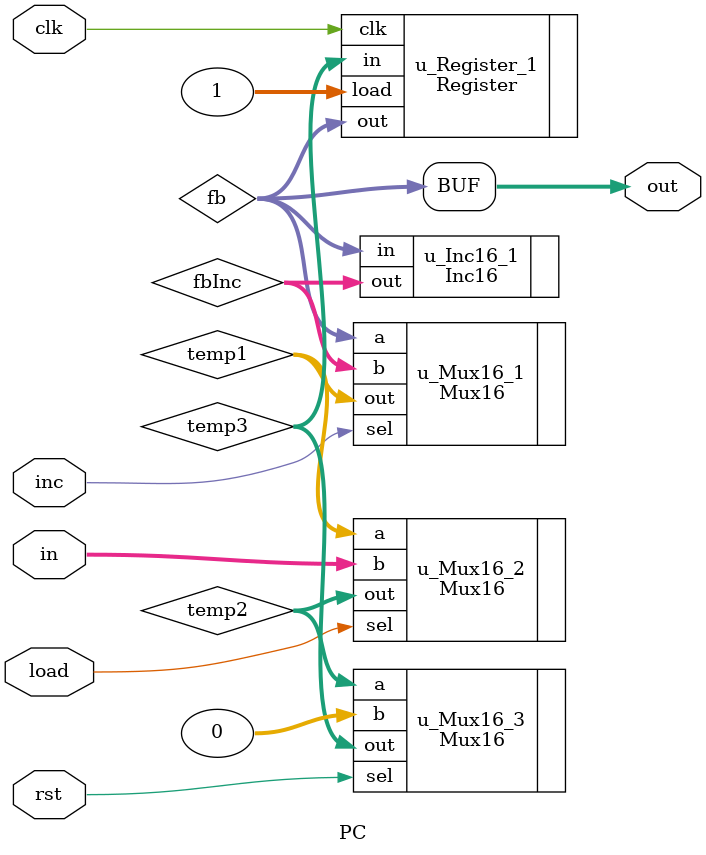
<source format=v>
`timescale 1ns / 1ps


module PC(
    input   [15:0]  in  ,
    input           load,
    input           inc ,
    input           rst ,
    input           clk ,
    output  [15:0]  out );

    wire    [15:0]  fb, fbInc, temp1, temp2, temp3;

    Inc16 u_Inc16_1 ( .in(fb), .out(fbInc) );

    Mux16 u_Mux16_1 ( .a(fb), .b(fbInc), .sel(inc), .out(temp1) );
    Mux16 u_Mux16_2 ( .a(temp1), .b(in), .sel(load), .out(temp2) );
    Mux16 u_Mux16_3 ( .a(temp2), .b(0), .sel(rst), .out(temp3) );

    Register u_Register_1 ( .in(temp3), .load(1), .clk(clk), .out(fb) );

    assign out = fb;

endmodule

</source>
